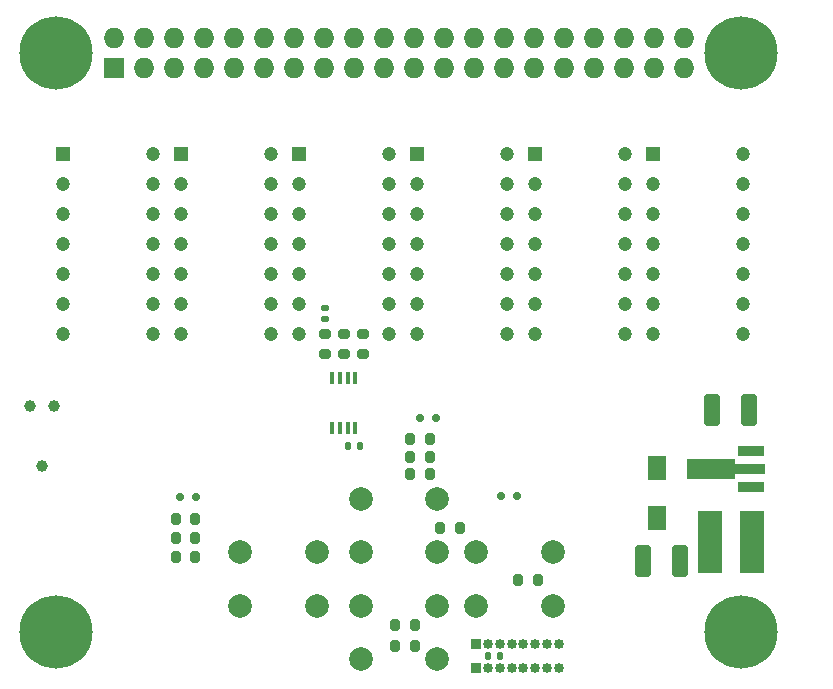
<source format=gbs>
%TF.GenerationSoftware,KiCad,Pcbnew,7.0.8*%
%TF.CreationDate,2023-10-22T00:54:02+03:00*%
%TF.ProjectId,ltp_kikad,6c74705f-6b69-46b6-9164-2e6b69636164,rev?*%
%TF.SameCoordinates,Original*%
%TF.FileFunction,Soldermask,Bot*%
%TF.FilePolarity,Negative*%
%FSLAX46Y46*%
G04 Gerber Fmt 4.6, Leading zero omitted, Abs format (unit mm)*
G04 Created by KiCad (PCBNEW 7.0.8) date 2023-10-22 00:54:02*
%MOMM*%
%LPD*%
G01*
G04 APERTURE LIST*
G04 Aperture macros list*
%AMRoundRect*
0 Rectangle with rounded corners*
0 $1 Rounding radius*
0 $2 $3 $4 $5 $6 $7 $8 $9 X,Y pos of 4 corners*
0 Add a 4 corners polygon primitive as box body*
4,1,4,$2,$3,$4,$5,$6,$7,$8,$9,$2,$3,0*
0 Add four circle primitives for the rounded corners*
1,1,$1+$1,$2,$3*
1,1,$1+$1,$4,$5*
1,1,$1+$1,$6,$7*
1,1,$1+$1,$8,$9*
0 Add four rect primitives between the rounded corners*
20,1,$1+$1,$2,$3,$4,$5,0*
20,1,$1+$1,$4,$5,$6,$7,0*
20,1,$1+$1,$6,$7,$8,$9,0*
20,1,$1+$1,$8,$9,$2,$3,0*%
%AMFreePoly0*
4,1,9,5.362500,-0.866500,1.237500,-0.866500,1.237500,-0.450000,-1.237500,-0.450000,-1.237500,0.450000,1.237500,0.450000,1.237500,0.866500,5.362500,0.866500,5.362500,-0.866500,5.362500,-0.866500,$1*%
G04 Aperture macros list end*
%ADD10R,1.200000X1.200000*%
%ADD11C,1.200000*%
%ADD12C,6.200000*%
%ADD13C,2.000000*%
%ADD14R,0.850000X0.850000*%
%ADD15O,0.850000X0.850000*%
%ADD16R,1.727200X1.727200*%
%ADD17O,1.727200X1.727200*%
%ADD18C,0.990600*%
%ADD19R,2.300000X0.900000*%
%ADD20FreePoly0,180.000000*%
%ADD21RoundRect,0.150000X0.150000X0.200000X-0.150000X0.200000X-0.150000X-0.200000X0.150000X-0.200000X0*%
%ADD22RoundRect,0.200000X0.275000X-0.200000X0.275000X0.200000X-0.275000X0.200000X-0.275000X-0.200000X0*%
%ADD23RoundRect,0.250000X-0.412500X-1.100000X0.412500X-1.100000X0.412500X1.100000X-0.412500X1.100000X0*%
%ADD24RoundRect,0.250000X0.412500X1.100000X-0.412500X1.100000X-0.412500X-1.100000X0.412500X-1.100000X0*%
%ADD25RoundRect,0.200000X-0.200000X-0.275000X0.200000X-0.275000X0.200000X0.275000X-0.200000X0.275000X0*%
%ADD26R,2.000000X5.300000*%
%ADD27RoundRect,0.140000X0.170000X-0.140000X0.170000X0.140000X-0.170000X0.140000X-0.170000X-0.140000X0*%
%ADD28RoundRect,0.140000X-0.140000X-0.170000X0.140000X-0.170000X0.140000X0.170000X-0.140000X0.170000X0*%
%ADD29R,0.400000X1.100000*%
%ADD30RoundRect,0.200000X-0.275000X0.200000X-0.275000X-0.200000X0.275000X-0.200000X0.275000X0.200000X0*%
%ADD31R,1.550000X2.100000*%
%ADD32RoundRect,0.150000X-0.150000X-0.200000X0.150000X-0.200000X0.150000X0.200000X-0.150000X0.200000X0*%
G04 APERTURE END LIST*
D10*
%TO.C,DS6*%
X173017000Y-65150000D03*
D11*
X173017000Y-67690000D03*
X173017000Y-70230000D03*
X173017000Y-72770000D03*
X173017000Y-75310000D03*
X173017000Y-77850000D03*
X173017000Y-80390000D03*
X180637000Y-80390000D03*
X180637000Y-77850000D03*
X180637000Y-75310000D03*
X180637000Y-72770000D03*
X180637000Y-70230000D03*
X180637000Y-67690000D03*
X180637000Y-65150000D03*
%TD*%
D10*
%TO.C,DS3*%
X143017000Y-65149600D03*
D11*
X143017000Y-67689600D03*
X143017000Y-70229600D03*
X143017000Y-72769600D03*
X143017000Y-75309600D03*
X143017000Y-77849600D03*
X143017000Y-80389600D03*
X150637000Y-80389600D03*
X150637000Y-77849600D03*
X150637000Y-75309600D03*
X150637000Y-72769600D03*
X150637000Y-70229600D03*
X150637000Y-67689600D03*
X150637000Y-65149600D03*
%TD*%
D12*
%TO.C,*%
X122466800Y-105572200D03*
%TD*%
%TO.C,*%
X180466800Y-56572200D03*
%TD*%
D13*
%TO.C,SW4*%
X158012000Y-98850000D03*
X164512000Y-98850000D03*
X158012000Y-103350000D03*
X164512000Y-103350000D03*
%TD*%
D14*
%TO.C,J5*%
X158000000Y-106600000D03*
D15*
X159000000Y-106600000D03*
X160000000Y-106600000D03*
X161000000Y-106600000D03*
X162000000Y-106600000D03*
X163000000Y-106600000D03*
X164000000Y-106600000D03*
X165000000Y-106600000D03*
%TD*%
D10*
%TO.C,DS5*%
X163017000Y-65150000D03*
D11*
X163017000Y-67690000D03*
X163017000Y-70230000D03*
X163017000Y-72770000D03*
X163017000Y-75310000D03*
X163017000Y-77850000D03*
X163017000Y-80390000D03*
X170637000Y-80390000D03*
X170637000Y-77850000D03*
X170637000Y-75310000D03*
X170637000Y-72770000D03*
X170637000Y-70230000D03*
X170637000Y-67690000D03*
X170637000Y-65150000D03*
%TD*%
D12*
%TO.C,*%
X180466800Y-105572200D03*
%TD*%
D10*
%TO.C,DS2*%
X133017000Y-65150000D03*
D11*
X133017000Y-67690000D03*
X133017000Y-70230000D03*
X133017000Y-72770000D03*
X133017000Y-75310000D03*
X133017000Y-77850000D03*
X133017000Y-80390000D03*
X140637000Y-80390000D03*
X140637000Y-77850000D03*
X140637000Y-75310000D03*
X140637000Y-72770000D03*
X140637000Y-70230000D03*
X140637000Y-67690000D03*
X140637000Y-65150000D03*
%TD*%
D10*
%TO.C,DS1*%
X123017000Y-65150000D03*
D11*
X123017000Y-67690000D03*
X123017000Y-70230000D03*
X123017000Y-72770000D03*
X123017000Y-75310000D03*
X123017000Y-77850000D03*
X123017000Y-80390000D03*
X130637000Y-80390000D03*
X130637000Y-77850000D03*
X130637000Y-75310000D03*
X130637000Y-72770000D03*
X130637000Y-70230000D03*
X130637000Y-67690000D03*
X130637000Y-65150000D03*
%TD*%
D12*
%TO.C,*%
X122466800Y-56572200D03*
%TD*%
D13*
%TO.C,SW1*%
X148212000Y-94350000D03*
X154712000Y-94350000D03*
X148212000Y-98850000D03*
X154712000Y-98850000D03*
%TD*%
%TO.C,SW2*%
X138012000Y-98850000D03*
X144512000Y-98850000D03*
X138012000Y-103350000D03*
X144512000Y-103350000D03*
%TD*%
D16*
%TO.C,J2*%
X127330000Y-57840000D03*
D17*
X127330000Y-55300000D03*
X129870000Y-57840000D03*
X129870000Y-55300000D03*
X132410000Y-57840000D03*
X132410000Y-55300000D03*
X134950000Y-57840000D03*
X134950000Y-55300000D03*
X137490000Y-57840000D03*
X137490000Y-55300000D03*
X140030000Y-57840000D03*
X140030000Y-55300000D03*
X142570000Y-57840000D03*
X142570000Y-55300000D03*
X145110000Y-57840000D03*
X145110000Y-55300000D03*
X147650000Y-57840000D03*
X147650000Y-55300000D03*
X150190000Y-57840000D03*
X150190000Y-55300000D03*
X152730000Y-57840000D03*
X152730000Y-55300000D03*
X155270000Y-57840000D03*
X155270000Y-55300000D03*
X157810000Y-57840000D03*
X157810000Y-55300000D03*
X160350000Y-57840000D03*
X160350000Y-55300000D03*
X162890000Y-57840000D03*
X162890000Y-55300000D03*
X165430000Y-57840000D03*
X165430000Y-55300000D03*
X167970000Y-57840000D03*
X167970000Y-55300000D03*
X170510000Y-57840000D03*
X170510000Y-55300000D03*
X173050000Y-57840000D03*
X173050000Y-55300000D03*
X175590000Y-57840000D03*
X175590000Y-55300000D03*
%TD*%
D18*
%TO.C,J4*%
X121203000Y-91570000D03*
X120187000Y-86490000D03*
X122219000Y-86490000D03*
%TD*%
D14*
%TO.C,J6*%
X158000000Y-108600000D03*
D15*
X159000000Y-108600000D03*
X160000000Y-108600000D03*
X161000000Y-108600000D03*
X162000000Y-108600000D03*
X163000000Y-108600000D03*
X164000000Y-108600000D03*
X165000000Y-108600000D03*
%TD*%
D10*
%TO.C,DS4*%
X153017000Y-65149600D03*
D11*
X153017000Y-67689600D03*
X153017000Y-70229600D03*
X153017000Y-72769600D03*
X153017000Y-75309600D03*
X153017000Y-77849600D03*
X153017000Y-80389600D03*
X160637000Y-80389600D03*
X160637000Y-77849600D03*
X160637000Y-75309600D03*
X160637000Y-72769600D03*
X160637000Y-70229600D03*
X160637000Y-67689600D03*
X160637000Y-65149600D03*
%TD*%
D13*
%TO.C,SW3*%
X148212000Y-103350000D03*
X154712000Y-103350000D03*
X148212000Y-107850000D03*
X154712000Y-107850000D03*
%TD*%
D19*
%TO.C,IC3*%
X181237000Y-90300000D03*
D20*
X181149500Y-91800000D03*
D19*
X181237000Y-93300000D03*
%TD*%
D21*
%TO.C,D1*%
X153224500Y-87500000D03*
X154624500Y-87500000D03*
%TD*%
%TO.C,D2*%
X160087000Y-94100000D03*
X161487000Y-94100000D03*
%TD*%
D22*
%TO.C,R20*%
X145187000Y-82025000D03*
X145187000Y-80375000D03*
%TD*%
D23*
%TO.C,C14*%
X172162000Y-99600000D03*
X175287000Y-99600000D03*
%TD*%
D24*
%TO.C,C13*%
X181112000Y-86800000D03*
X177987000Y-86800000D03*
%TD*%
D25*
%TO.C,R13*%
X132562000Y-99200000D03*
X134212000Y-99200000D03*
%TD*%
D26*
%TO.C,L1*%
X177837000Y-98000000D03*
X181337000Y-98000000D03*
%TD*%
D25*
%TO.C,R12*%
X152412000Y-92250000D03*
X154062000Y-92250000D03*
%TD*%
D22*
%TO.C,R19*%
X146787000Y-82025000D03*
X146787000Y-80375000D03*
%TD*%
D25*
%TO.C,R14*%
X132562000Y-97600000D03*
X134212000Y-97600000D03*
%TD*%
D27*
%TO.C,C16*%
X145187000Y-79080000D03*
X145187000Y-78120000D03*
%TD*%
D28*
%TO.C,C15*%
X147187000Y-89800000D03*
X148147000Y-89800000D03*
%TD*%
D29*
%TO.C,U2*%
X147762000Y-88350000D03*
X147112000Y-88350000D03*
X146462000Y-88350000D03*
X145812000Y-88350000D03*
X145812000Y-84050000D03*
X146462000Y-84050000D03*
X147112000Y-84050000D03*
X147762000Y-84050000D03*
%TD*%
D25*
%TO.C,R9*%
X151155000Y-105000000D03*
X152805000Y-105000000D03*
%TD*%
D30*
%TO.C,R18*%
X148387000Y-80375000D03*
X148387000Y-82025000D03*
%TD*%
D25*
%TO.C,R15*%
X132562000Y-96000000D03*
X134212000Y-96000000D03*
%TD*%
D31*
%TO.C,D5*%
X173287000Y-91700000D03*
X173287000Y-95900000D03*
%TD*%
D25*
%TO.C,R11*%
X152412000Y-90750000D03*
X154062000Y-90750000D03*
%TD*%
%TO.C,R7*%
X151162000Y-106800000D03*
X152812000Y-106800000D03*
%TD*%
D28*
%TO.C,C12*%
X159027000Y-107600000D03*
X159987000Y-107600000D03*
%TD*%
D25*
%TO.C,R2*%
X152412000Y-89250000D03*
X154062000Y-89250000D03*
%TD*%
%TO.C,R8*%
X154962000Y-96800000D03*
X156612000Y-96800000D03*
%TD*%
D32*
%TO.C,D4*%
X134287000Y-94200000D03*
X132887000Y-94200000D03*
%TD*%
D25*
%TO.C,R6*%
X161562000Y-101200000D03*
X163212000Y-101200000D03*
%TD*%
M02*

</source>
